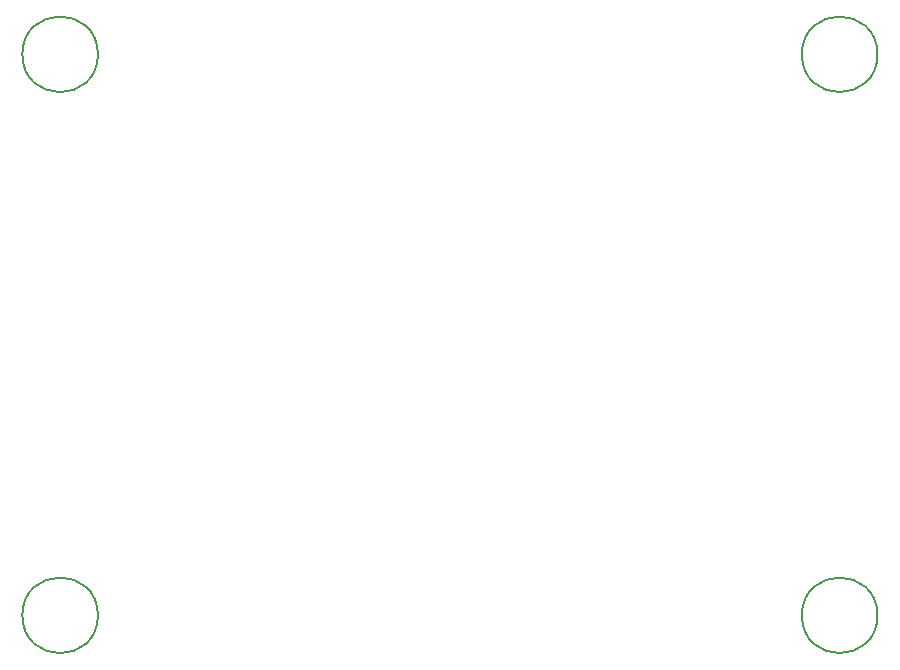
<source format=gbr>
%TF.GenerationSoftware,KiCad,Pcbnew,8.0.2*%
%TF.CreationDate,2024-12-08T22:50:31+01:00*%
%TF.ProjectId,front_panel,66726f6e-745f-4706-916e-656c2e6b6963,rev?*%
%TF.SameCoordinates,Original*%
%TF.FileFunction,Other,Comment*%
%FSLAX46Y46*%
G04 Gerber Fmt 4.6, Leading zero omitted, Abs format (unit mm)*
G04 Created by KiCad (PCBNEW 8.0.2) date 2024-12-08 22:50:31*
%MOMM*%
%LPD*%
G01*
G04 APERTURE LIST*
%ADD10C,0.150000*%
G04 APERTURE END LIST*
D10*
%TO.C,REF\u002A\u002A*%
X164700000Y-69000000D02*
G75*
G02*
X158300000Y-69000000I-3200000J0D01*
G01*
X158300000Y-69000000D02*
G75*
G02*
X164700000Y-69000000I3200000J0D01*
G01*
X98700000Y-69000000D02*
G75*
G02*
X92300000Y-69000000I-3200000J0D01*
G01*
X92300000Y-69000000D02*
G75*
G02*
X98700000Y-69000000I3200000J0D01*
G01*
X164700000Y-116500000D02*
G75*
G02*
X158300000Y-116500000I-3200000J0D01*
G01*
X158300000Y-116500000D02*
G75*
G02*
X164700000Y-116500000I3200000J0D01*
G01*
X98700000Y-116500000D02*
G75*
G02*
X92300000Y-116500000I-3200000J0D01*
G01*
X92300000Y-116500000D02*
G75*
G02*
X98700000Y-116500000I3200000J0D01*
G01*
%TD*%
M02*

</source>
